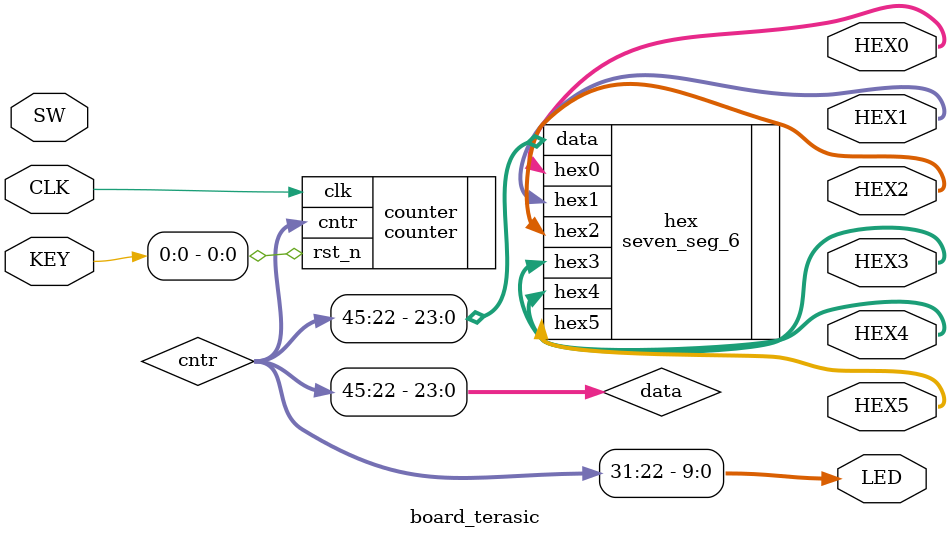
<source format=sv>

module board_terasic
(
    input         CLK,
    input  [ 9:0] SW,
    input  [ 1:0] KEY,
    output [ 9:0] LED,
    output [ 7:0] HEX0,
    output [ 7:0] HEX1,
    output [ 7:0] HEX2,
    output [ 7:0] HEX3,
    output [ 7:0] HEX4,
    output [ 7:0] HEX5 
);
    localparam WIDTH   = 64;
    localparam LSB_NUM = 22;

    wire [WIDTH-1:0] cntr;

    counter
    #(
        .WIDTH ( WIDTH  )
    )
    counter
    (
        .clk   ( CLK    ),
        .rst_n ( KEY[0] ),
        .cntr  ( cntr   )
    );

    wire [23:0] data = cntr [LSB_NUM +: 24];

    seven_seg_6 hex
    (
        .data ( data ),
        .hex0 ( HEX0 ),
        .hex1 ( HEX1 ),
        .hex2 ( HEX2 ),
        .hex3 ( HEX3 ),
        .hex4 ( HEX4 ),
        .hex5 ( HEX5 ) 
    );

    assign LED = cntr [LSB_NUM +: 10];

endmodule

</source>
